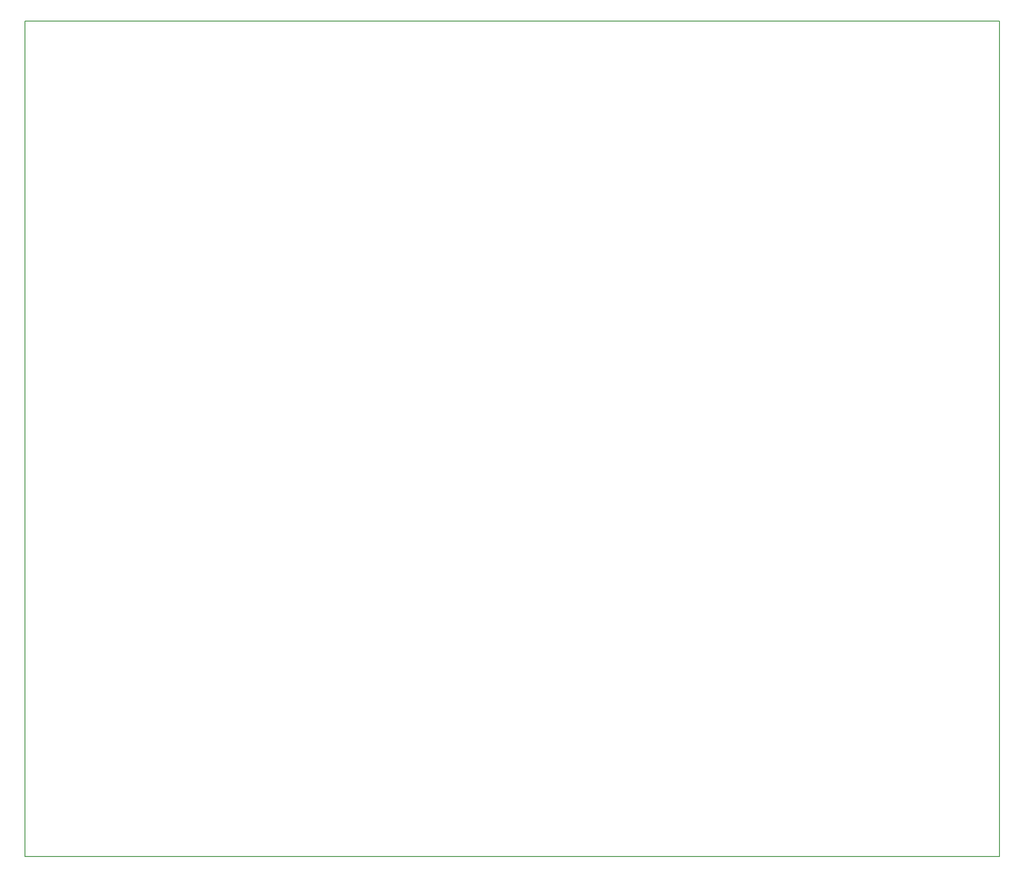
<source format=gbr>
G04 #@! TF.GenerationSoftware,KiCad,Pcbnew,5.0.2+dfsg1-1*
G04 #@! TF.CreationDate,2020-11-23T14:49:08-07:00*
G04 #@! TF.ProjectId,BattleshipLED,42617474-6c65-4736-9869-704c45442e6b,rev?*
G04 #@! TF.SameCoordinates,Original*
G04 #@! TF.FileFunction,Profile,NP*
%FSLAX46Y46*%
G04 Gerber Fmt 4.6, Leading zero omitted, Abs format (unit mm)*
G04 Created by KiCad (PCBNEW 5.0.2+dfsg1-1) date Mon 23 Nov 2020 02:49:08 PM MST*
%MOMM*%
%LPD*%
G01*
G04 APERTURE LIST*
%ADD10C,0.150000*%
G04 APERTURE END LIST*
D10*
X240665000Y-177165000D02*
X240665000Y-12700000D01*
X48895000Y-177165000D02*
X240665000Y-177165000D01*
X48895000Y-12700000D02*
X48895000Y-177165000D01*
X240665000Y-12700000D02*
X48895000Y-12700000D01*
M02*

</source>
